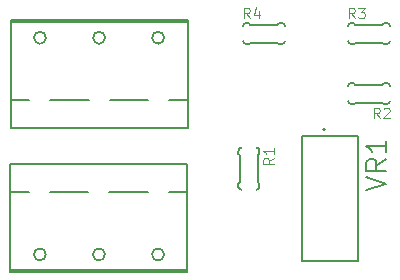
<source format=gbr>
%TF.GenerationSoftware,KiCad,Pcbnew,8.0.1-rc1*%
%TF.CreationDate,2024-04-19T00:03:43-05:00*%
%TF.ProjectId,voltage_converter,766f6c74-6167-4655-9f63-6f6e76657274,rev?*%
%TF.SameCoordinates,Original*%
%TF.FileFunction,Legend,Top*%
%TF.FilePolarity,Positive*%
%FSLAX46Y46*%
G04 Gerber Fmt 4.6, Leading zero omitted, Abs format (unit mm)*
G04 Created by KiCad (PCBNEW 8.0.1-rc1) date 2024-04-19 00:03:43*
%MOMM*%
%LPD*%
G01*
G04 APERTURE LIST*
%ADD10C,0.089154*%
%ADD11C,0.130861*%
%ADD12C,0.152400*%
%ADD13C,0.200000*%
%ADD14C,0.127000*%
G04 APERTURE END LIST*
D10*
X153949235Y-105985877D02*
X153519975Y-106286359D01*
X153949235Y-106500989D02*
X153047789Y-106500989D01*
X153047789Y-106500989D02*
X153047789Y-106157581D01*
X153047789Y-106157581D02*
X153090715Y-106071729D01*
X153090715Y-106071729D02*
X153133641Y-106028803D01*
X153133641Y-106028803D02*
X153219493Y-105985877D01*
X153219493Y-105985877D02*
X153348271Y-105985877D01*
X153348271Y-105985877D02*
X153434123Y-106028803D01*
X153434123Y-106028803D02*
X153477049Y-106071729D01*
X153477049Y-106071729D02*
X153519975Y-106157581D01*
X153519975Y-106157581D02*
X153519975Y-106500989D01*
X153949235Y-105127357D02*
X153949235Y-105642469D01*
X153949235Y-105384913D02*
X153047789Y-105384913D01*
X153047789Y-105384913D02*
X153176567Y-105470765D01*
X153176567Y-105470765D02*
X153262419Y-105556617D01*
X153262419Y-105556617D02*
X153305345Y-105642469D01*
X162918823Y-102661735D02*
X162618341Y-102232475D01*
X162403711Y-102661735D02*
X162403711Y-101760289D01*
X162403711Y-101760289D02*
X162747119Y-101760289D01*
X162747119Y-101760289D02*
X162832971Y-101803215D01*
X162832971Y-101803215D02*
X162875897Y-101846141D01*
X162875897Y-101846141D02*
X162918823Y-101931993D01*
X162918823Y-101931993D02*
X162918823Y-102060771D01*
X162918823Y-102060771D02*
X162875897Y-102146623D01*
X162875897Y-102146623D02*
X162832971Y-102189549D01*
X162832971Y-102189549D02*
X162747119Y-102232475D01*
X162747119Y-102232475D02*
X162403711Y-102232475D01*
X163262231Y-101846141D02*
X163305157Y-101803215D01*
X163305157Y-101803215D02*
X163391009Y-101760289D01*
X163391009Y-101760289D02*
X163605639Y-101760289D01*
X163605639Y-101760289D02*
X163691491Y-101803215D01*
X163691491Y-101803215D02*
X163734417Y-101846141D01*
X163734417Y-101846141D02*
X163777343Y-101931993D01*
X163777343Y-101931993D02*
X163777343Y-102017845D01*
X163777343Y-102017845D02*
X163734417Y-102146623D01*
X163734417Y-102146623D02*
X163219305Y-102661735D01*
X163219305Y-102661735D02*
X163777343Y-102661735D01*
X160782895Y-94190244D02*
X160482413Y-93760984D01*
X160267783Y-94190244D02*
X160267783Y-93288798D01*
X160267783Y-93288798D02*
X160611191Y-93288798D01*
X160611191Y-93288798D02*
X160697043Y-93331724D01*
X160697043Y-93331724D02*
X160739969Y-93374650D01*
X160739969Y-93374650D02*
X160782895Y-93460502D01*
X160782895Y-93460502D02*
X160782895Y-93589280D01*
X160782895Y-93589280D02*
X160739969Y-93675132D01*
X160739969Y-93675132D02*
X160697043Y-93718058D01*
X160697043Y-93718058D02*
X160611191Y-93760984D01*
X160611191Y-93760984D02*
X160267783Y-93760984D01*
X161083377Y-93288798D02*
X161641415Y-93288798D01*
X161641415Y-93288798D02*
X161340933Y-93632206D01*
X161340933Y-93632206D02*
X161469711Y-93632206D01*
X161469711Y-93632206D02*
X161555563Y-93675132D01*
X161555563Y-93675132D02*
X161598489Y-93718058D01*
X161598489Y-93718058D02*
X161641415Y-93803910D01*
X161641415Y-93803910D02*
X161641415Y-94018540D01*
X161641415Y-94018540D02*
X161598489Y-94104392D01*
X161598489Y-94104392D02*
X161555563Y-94147318D01*
X161555563Y-94147318D02*
X161469711Y-94190244D01*
X161469711Y-94190244D02*
X161212155Y-94190244D01*
X161212155Y-94190244D02*
X161126303Y-94147318D01*
X161126303Y-94147318D02*
X161083377Y-94104392D01*
X151892895Y-94190244D02*
X151592413Y-93760984D01*
X151377783Y-94190244D02*
X151377783Y-93288798D01*
X151377783Y-93288798D02*
X151721191Y-93288798D01*
X151721191Y-93288798D02*
X151807043Y-93331724D01*
X151807043Y-93331724D02*
X151849969Y-93374650D01*
X151849969Y-93374650D02*
X151892895Y-93460502D01*
X151892895Y-93460502D02*
X151892895Y-93589280D01*
X151892895Y-93589280D02*
X151849969Y-93675132D01*
X151849969Y-93675132D02*
X151807043Y-93718058D01*
X151807043Y-93718058D02*
X151721191Y-93760984D01*
X151721191Y-93760984D02*
X151377783Y-93760984D01*
X152665563Y-93589280D02*
X152665563Y-94190244D01*
X152450933Y-93245872D02*
X152236303Y-93889762D01*
X152236303Y-93889762D02*
X152794341Y-93889762D01*
D11*
X161772730Y-108720497D02*
X163419869Y-108171451D01*
X163419869Y-108171451D02*
X161772730Y-107622404D01*
X163419869Y-106132136D02*
X162635517Y-106681183D01*
X163419869Y-107073359D02*
X161772730Y-107073359D01*
X161772730Y-107073359D02*
X161772730Y-106445877D01*
X161772730Y-106445877D02*
X161851165Y-106289007D01*
X161851165Y-106289007D02*
X161929600Y-106210571D01*
X161929600Y-106210571D02*
X162086470Y-106132136D01*
X162086470Y-106132136D02*
X162321776Y-106132136D01*
X162321776Y-106132136D02*
X162478646Y-106210571D01*
X162478646Y-106210571D02*
X162557082Y-106289007D01*
X162557082Y-106289007D02*
X162635517Y-106445877D01*
X162635517Y-106445877D02*
X162635517Y-107073359D01*
X163419869Y-104563432D02*
X163419869Y-105504655D01*
X163419869Y-105034044D02*
X161772730Y-105034044D01*
X161772730Y-105034044D02*
X162008035Y-105190914D01*
X162008035Y-105190914D02*
X162164906Y-105347784D01*
X162164906Y-105347784D02*
X162243341Y-105504655D01*
D12*
%TO.C,R1*%
X150952100Y-108427600D02*
X150952100Y-108173600D01*
X152730100Y-108427600D02*
X152730100Y-108173600D01*
X151079100Y-108046600D02*
X151079100Y-105760600D01*
X151079100Y-108046600D02*
X150952100Y-108173600D01*
X152603100Y-108046600D02*
X152603100Y-105760600D01*
X152603100Y-108046600D02*
X152730100Y-108173600D01*
X151079100Y-105760600D02*
X150952100Y-105633600D01*
X150952100Y-105379600D02*
X150952100Y-105633600D01*
X152603100Y-105760600D02*
X152730100Y-105633600D01*
X152730100Y-105379600D02*
X152730100Y-105633600D01*
X152730100Y-108427600D02*
G75*
G02*
X152476100Y-108681600I-254000J0D01*
G01*
X151206100Y-108681600D02*
G75*
G02*
X150952100Y-108427600I0J254000D01*
G01*
X150952100Y-105379600D02*
G75*
G02*
X151206100Y-105125600I254000J0D01*
G01*
X152476100Y-105125600D02*
G75*
G02*
X152730100Y-105379600I0J-254000D01*
G01*
%TO.C,R2*%
X160477100Y-99664600D02*
X160731100Y-99664600D01*
X160477100Y-101442600D02*
X160731100Y-101442600D01*
X160858100Y-99791600D02*
X163144100Y-99791600D01*
X160858100Y-99791600D02*
X160731100Y-99664600D01*
X160858100Y-101315600D02*
X163144100Y-101315600D01*
X160858100Y-101315600D02*
X160731100Y-101442600D01*
X163144100Y-99791600D02*
X163271100Y-99664600D01*
X163525100Y-99664600D02*
X163271100Y-99664600D01*
X163144100Y-101315600D02*
X163271100Y-101442600D01*
X163525100Y-101442600D02*
X163271100Y-101442600D01*
X160477100Y-101442600D02*
G75*
G02*
X160223100Y-101188600I0J254000D01*
G01*
X160223100Y-99918600D02*
G75*
G02*
X160477100Y-99664600I254000J0D01*
G01*
X163525100Y-99664600D02*
G75*
G02*
X163779100Y-99918600I0J-254000D01*
G01*
X163779100Y-101188600D02*
G75*
G02*
X163525100Y-101442600I-254000J0D01*
G01*
%TO.C,R3*%
X163525100Y-96362600D02*
X163271100Y-96362600D01*
X163525100Y-94584600D02*
X163271100Y-94584600D01*
X163144100Y-96235600D02*
X160858100Y-96235600D01*
X163144100Y-96235600D02*
X163271100Y-96362600D01*
X163144100Y-94711600D02*
X160858100Y-94711600D01*
X163144100Y-94711600D02*
X163271100Y-94584600D01*
X160858100Y-96235600D02*
X160731100Y-96362600D01*
X160477100Y-96362600D02*
X160731100Y-96362600D01*
X160858100Y-94711600D02*
X160731100Y-94584600D01*
X160477100Y-94584600D02*
X160731100Y-94584600D01*
X163525100Y-94584600D02*
G75*
G02*
X163779100Y-94838600I0J-254000D01*
G01*
X163779100Y-96108600D02*
G75*
G02*
X163525100Y-96362600I-254000J0D01*
G01*
X160477100Y-96362600D02*
G75*
G02*
X160223100Y-96108600I0J254000D01*
G01*
X160223100Y-94838600D02*
G75*
G02*
X160477100Y-94584600I254000J0D01*
G01*
%TO.C,R4*%
X154635100Y-96362600D02*
X154381100Y-96362600D01*
X154635100Y-94584600D02*
X154381100Y-94584600D01*
X154254100Y-96235600D02*
X151968100Y-96235600D01*
X154254100Y-96235600D02*
X154381100Y-96362600D01*
X154254100Y-94711600D02*
X151968100Y-94711600D01*
X154254100Y-94711600D02*
X154381100Y-94584600D01*
X151968100Y-96235600D02*
X151841100Y-96362600D01*
X151587100Y-96362600D02*
X151841100Y-96362600D01*
X151968100Y-94711600D02*
X151841100Y-94584600D01*
X151587100Y-94584600D02*
X151841100Y-94584600D01*
X154635100Y-94584600D02*
G75*
G02*
X154889100Y-94838600I0J-254000D01*
G01*
X154889100Y-96108600D02*
G75*
G02*
X154635100Y-96362600I-254000J0D01*
G01*
X151587100Y-96362600D02*
G75*
G02*
X151333100Y-96108600I0J254000D01*
G01*
X151333100Y-94838600D02*
G75*
G02*
X151587100Y-94584600I254000J0D01*
G01*
D13*
%TO.C,VR1*%
X158291100Y-103603600D02*
G75*
G02*
X158091100Y-103603600I-100000J0D01*
G01*
X158091100Y-103603600D02*
G75*
G02*
X158291100Y-103603600I100000J0D01*
G01*
D14*
X161051100Y-114713600D02*
X161051100Y-104173600D01*
X156351100Y-114713600D02*
X161051100Y-114713600D01*
X156351100Y-104173600D02*
X156351100Y-114713600D01*
X161051100Y-104173600D02*
X156351100Y-104173600D01*
D12*
%TO.C,X4*%
X139645300Y-114173400D02*
G75*
G02*
X138629300Y-114173400I-508000J0D01*
G01*
X138629300Y-114173400D02*
G75*
G02*
X139645300Y-114173400I508000J0D01*
G01*
X134641500Y-114173400D02*
G75*
G02*
X133625500Y-114173400I-508000J0D01*
G01*
X133625500Y-114173400D02*
G75*
G02*
X134641500Y-114173400I508000J0D01*
G01*
X144649100Y-114173400D02*
G75*
G02*
X143633100Y-114173400I-508000J0D01*
G01*
X143633100Y-114173400D02*
G75*
G02*
X144649100Y-114173400I508000J0D01*
G01*
X146630100Y-115494600D02*
X146630100Y-115697600D01*
X131644100Y-115494600D02*
X131644100Y-108890600D01*
X131644100Y-115494600D02*
X146630100Y-115494600D01*
X131644100Y-108890600D02*
X131644100Y-106502600D01*
X146630100Y-108890600D02*
X146630100Y-115494600D01*
X133244100Y-108890600D02*
X131644100Y-108890600D01*
X138248100Y-108890600D02*
X135022100Y-108890600D01*
X143252100Y-108890600D02*
X140026100Y-108890600D01*
X146630100Y-108890600D02*
X145030100Y-108890600D01*
X146630100Y-106502600D02*
X146630100Y-108890600D01*
X131644100Y-115697600D02*
X146630100Y-115697600D01*
X131644100Y-115697600D02*
X131644100Y-115494600D01*
X146630100Y-106502600D02*
X131644100Y-106502600D01*
%TO.C,X5*%
X139652900Y-95823800D02*
G75*
G02*
X138636900Y-95823800I-508000J0D01*
G01*
X138636900Y-95823800D02*
G75*
G02*
X139652900Y-95823800I508000J0D01*
G01*
X144656700Y-95823800D02*
G75*
G02*
X143640700Y-95823800I-508000J0D01*
G01*
X143640700Y-95823800D02*
G75*
G02*
X144656700Y-95823800I508000J0D01*
G01*
X134649100Y-95823800D02*
G75*
G02*
X133633100Y-95823800I-508000J0D01*
G01*
X133633100Y-95823800D02*
G75*
G02*
X134649100Y-95823800I508000J0D01*
G01*
X131652100Y-94502600D02*
X131652100Y-94299600D01*
X146638100Y-94502600D02*
X146638100Y-101106600D01*
X146638100Y-94502600D02*
X131652100Y-94502600D01*
X146638100Y-101106600D02*
X146638100Y-103494600D01*
X131652100Y-101106600D02*
X131652100Y-94502600D01*
X145038100Y-101106600D02*
X146638100Y-101106600D01*
X140034100Y-101106600D02*
X143260100Y-101106600D01*
X135030100Y-101106600D02*
X138256100Y-101106600D01*
X131652100Y-101106600D02*
X133252100Y-101106600D01*
X131652100Y-103494600D02*
X131652100Y-101106600D01*
X146638100Y-94299600D02*
X131652100Y-94299600D01*
X146638100Y-94299600D02*
X146638100Y-94502600D01*
X131652100Y-103494600D02*
X146638100Y-103494600D01*
%TD*%
M02*

</source>
